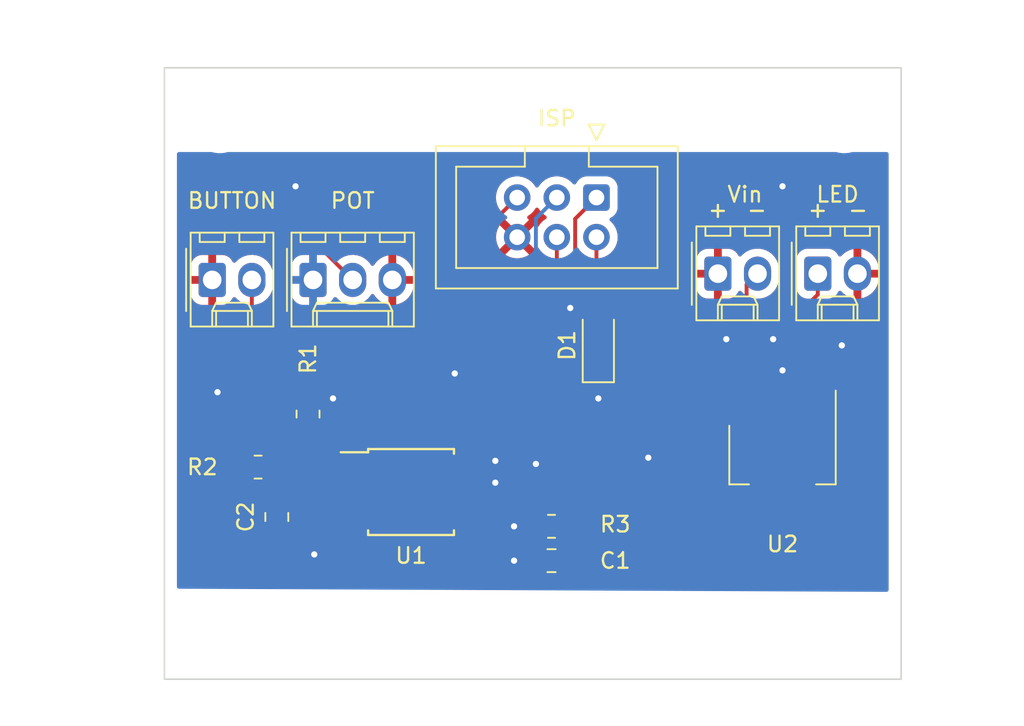
<source format=kicad_pcb>
(kicad_pcb (version 20221018) (generator pcbnew)
  (layers (0 "F.Cu" signal) (31 "B.Cu" signal) (34 "B.Paste" user) (35 "F.Paste" user) (36 "B.SilkS" user "B.Silkscreen") (37 "F.SilkS" user "F.Silkscreen") (38 "B.Mask" user) (39 "F.Mask" user) (44 "Edge.Cuts" user))
  (net 0 "")
  (net 1 "+5V")
  (net 2 "GND")
  (net 3 "/BUTTON")
  (net 4 "Net-(D1-A)")
  (net 5 "/MISO")
  (net 6 "/SCK")
  (net 7 "/MOSI")
  (net 8 "/RST")
  (net 9 "Net-(J2-Pin_2)")
  (net 10 "Net-(J3-Pin_2)")
  (net 11 "Net-(J4-Pin_2)")
  (net 12 "Net-(J5-Pin_1)")
  (footprint "Resistor_SMD:R_0805_2012Metric_Pad1.20x1.40mm_HandSolder" (layer "F.Cu") (at 129.2 117.6 180)
    (fp_text reference "R3" (at -4.082 0.127) (layer "F.SilkS"))
    (fp_text value "1k" hide)
    (fp_line (start -0.227064 -0.735) (end 0.227064 -0.735) (stroke (width 0.12)) (layer "F.SilkS"))
    (fp_line (start -0.227064 0.735) (end 0.227064 0.735) (stroke (width 0.12)) (layer "F.SilkS"))
    (pad "1" smd roundrect (at -1 0 180) (size 1.2 1.4) (layers "F.Cu" "F.Paste" "F.Mask") (roundrect_rratio 0.208333) (net 12 "Net-(J5-Pin_1)"))
    (pad "2" smd roundrect (at 1 0 180) (size 1.2 1.4) (layers "F.Cu" "F.Paste" "F.Mask") (roundrect_rratio 0.208333) (net 6 "/SCK"))
  )
  (footprint "Diode_SMD:D_SOD-123" (layer "F.Cu") (at 132.2 106 90)
    (fp_text reference "D1" (at 0 -2 90) (layer "F.SilkS"))
    (fp_text value "MBR0520")
    (fp_line (start -2.36 -1) (end -2.36 1) (stroke (width 0.12)) (layer "F.SilkS"))
    (fp_line (start -2.36 -1) (end 1.65 -1) (stroke (width 0.12)) (layer "F.SilkS"))
    (fp_line (start -2.36 1) (end 1.65 1) (stroke (width 0.12)) (layer "F.SilkS"))
    (pad "1" smd roundrect (at -1.65 0 90) (size 0.9 1.2) (layers "F.Cu" "F.Paste" "F.Mask") (net 1 "+5V"))
    (pad "2" smd roundrect (at 1.65 0 90) (size 0.9 1.2) (layers "F.Cu" "F.Paste" "F.Mask") (net 4 "Net-(D1-A)"))
  )
  (footprint "Package_SO:SOIC-8W_5.3x5.3mm_P1.27mm" (layer "F.Cu") (at 120.2 115.4)
    (fp_text reference "U1" (at 0 4.08) (layer "F.SilkS"))
    (fp_text value "ATtiny85-20S")
    (fp_line (start -2.75 -2.755) (end -2.75 -2.55) (stroke (width 0.15)) (layer "F.SilkS"))
    (fp_line (start -2.75 -2.755) (end 2.75 -2.755) (stroke (width 0.15)) (layer "F.SilkS"))
    (fp_line (start -2.75 -2.55) (end -4.5 -2.55) (stroke (width 0.15)) (layer "F.SilkS"))
    (fp_line (start -2.75 2.755) (end -2.75 2.455) (stroke (width 0.15)) (layer "F.SilkS"))
    (fp_line (start -2.75 2.755) (end 2.75 2.755) (stroke (width 0.15)) (layer "F.SilkS"))
    (fp_line (start 2.75 -2.755) (end 2.75 -2.455) (stroke (width 0.15)) (layer "F.SilkS"))
    (fp_line (start 2.75 2.755) (end 2.75 2.455) (stroke (width 0.15)) (layer "F.SilkS"))
    (pad "1" smd rect (at -3.65 -1.905) (size 1.7 0.65) (layers "F.Cu" "F.Paste" "F.Mask") (net 8 "/RST"))
    (pad "2" smd rect (at -3.65 -0.635) (size 1.7 0.65) (layers "F.Cu" "F.Paste" "F.Mask") (net 11 "Net-(J4-Pin_2)"))
    (pad "3" smd rect (at -3.65 0.635) (size 1.7 0.65) (layers "F.Cu" "F.Paste" "F.Mask") (net 3 "/BUTTON"))
    (pad "4" smd rect (at -3.65 1.905) (size 1.7 0.65) (layers "F.Cu" "F.Paste" "F.Mask") (net 2 "GND"))
    (pad "5" smd rect (at 3.65 1.905) (size 1.7 0.65) (layers "F.Cu" "F.Paste" "F.Mask") (net 7 "/MOSI"))
    (pad "6" smd rect (at 3.65 0.635) (size 1.7 0.65) (layers "F.Cu" "F.Paste" "F.Mask") (net 5 "/MISO"))
    (pad "7" smd rect (at 3.65 -0.635) (size 1.7 0.65) (layers "F.Cu" "F.Paste" "F.Mask") (net 6 "/SCK"))
    (pad "8" smd rect (at 3.65 -1.905) (size 1.7 0.65) (layers "F.Cu" "F.Paste" "F.Mask") (net 1 "+5V"))
  )
  (footprint "Resistor_SMD:R_0805_2012Metric_Pad1.20x1.40mm_HandSolder" (layer "F.Cu") (at 110.4 113.8 180)
    (fp_text reference "R2" (at 3.572 0) (layer "F.SilkS"))
    (fp_text value "10k" hide)
    (fp_line (start -0.227064 -0.735) (end 0.227064 -0.735) (stroke (width 0.12)) (layer "F.SilkS"))
    (fp_line (start -0.227064 0.735) (end 0.227064 0.735) (stroke (width 0.12)) (layer "F.SilkS"))
    (pad "1" smd roundrect (at -1 0 180) (size 1.2 1.4) (layers "F.Cu" "F.Paste" "F.Mask") (roundrect_rratio 0.208333) (net 3 "/BUTTON"))
    (pad "2" smd roundrect (at 1 0 180) (size 1.2 1.4) (layers "F.Cu" "F.Paste" "F.Mask") (roundrect_rratio 0.208333) (net 10 "Net-(J3-Pin_2)"))
  )
  (footprint "Capacitor_SMD:C_0805_2012Metric_Pad1.18x1.45mm_HandSolder" (layer "F.Cu") (at 111.6 117 -90)
    (fp_text reference "C2" (at 0 1.9975 -270) (layer "F.SilkS"))
    (fp_text value "1uF" hide)
    (fp_line (start -0.261252 -0.735) (end 0.261252 -0.735) (stroke (width 0.12)) (layer "F.SilkS"))
    (fp_line (start -0.261252 0.735) (end 0.261252 0.735) (stroke (width 0.12)) (layer "F.SilkS"))
    (pad "1" smd roundrect (at -1.0375 0 270) (size 1.175 1.45) (layers "F.Cu" "F.Paste" "F.Mask") (roundrect_rratio 0.212766) (net 3 "/BUTTON"))
    (pad "2" smd roundrect (at 1.0375 0 270) (size 1.175 1.45) (layers "F.Cu" "F.Paste" "F.Mask") (roundrect_rratio 0.212766) (net 2 "GND"))
  )
  (footprint "Resistor_SMD:R_0805_2012Metric_Pad1.20x1.40mm_HandSolder" (layer "F.Cu") (at 113.6 110.4 -90)
    (fp_text reference "R1" (at -3.54 0 90) (layer "F.SilkS"))
    (fp_text value "10k" hide)
    (fp_line (start -0.227064 -0.735) (end 0.227064 -0.735) (stroke (width 0.12)) (layer "F.SilkS"))
    (fp_line (start -0.227064 0.735) (end 0.227064 0.735) (stroke (width 0.12)) (layer "F.SilkS"))
    (pad "1" smd roundrect (at -1 0 270) (size 1.2 1.4) (layers "F.Cu" "F.Paste" "F.Mask") (roundrect_rratio 0.208333) (net 1 "+5V"))
    (pad "2" smd roundrect (at 1 0 270) (size 1.2 1.4) (layers "F.Cu" "F.Paste" "F.Mask") (roundrect_rratio 0.208333) (net 8 "/RST"))
  )
  (footprint "MountingHole:MountingHole_3.2mm_M3" (layer "F.Cu") (at 107.95 91.821)
    (fp_text reference "H2" hide)
    (fp_text value "MountingHole" hide)
    (pad "" np_thru_hole circle (at 0 0) (size 3.2 3.2) (drill 3.2) (layers "*.Cu" "*.Mask"))
  )
  (footprint "MountingHole:MountingHole_3.2mm_M3" (layer "F.Cu") (at 147.955 91.821)
    (fp_text reference "H1" hide)
    (fp_text value "MountingHole" hide)
    (pad "" np_thru_hole circle (at 0 0) (size 3.2 3.2) (drill 3.2) (layers "*.Cu" "*.Mask"))
  )
  (footprint "Connector_Molex:Molex_KK-254_AE-6410-03A_1x03_P2.54mm_Vertical" (layer "F.Cu") (at 113.92 101.8)
    (fp_text reference "J4" hide)
    (fp_text value "POT" (at 2.54 -5.08) (layer "F.SilkS"))
    (fp_line (start -1.67 -2) (end -1.67 2) (stroke (width 0.12)) (layer "F.SilkS"))
    (fp_line (start -1.38 -3.03) (end -1.38 2.99) (stroke (width 0.12)) (layer "F.SilkS"))
    (fp_line (start -1.38 2.99) (end 6.46 2.99) (stroke (width 0.12)) (layer "F.SilkS"))
    (fp_line (start -0.8 -3.03) (end -0.8 -2.43) (stroke (width 0.12)) (layer "F.SilkS"))
    (fp_line (start -0.8 -2.43) (end 0.8 -2.43) (stroke (width 0.12)) (layer "F.SilkS"))
    (fp_line (start 0 1.99) (end 0.25 1.46) (stroke (width 0.12)) (layer "F.SilkS"))
    (fp_line (start 0 1.99) (end 5.08 1.99) (stroke (width 0.12)) (layer "F.SilkS"))
    (fp_line (start 0 2.99) (end 0 1.99) (stroke (width 0.12)) (layer "F.SilkS"))
    (fp_line (start 0.25 1.46) (end 4.83 1.46) (stroke (width 0.12)) (layer "F.SilkS"))
    (fp_line (start 0.25 2.99) (end 0.25 1.99) (stroke (width 0.12)) (layer "F.SilkS"))
    (fp_line (start 0.8 -2.43) (end 0.8 -3.03) (stroke (width 0.12)) (layer "F.SilkS"))
    (fp_line (start 1.74 -3.03) (end 1.74 -2.43) (stroke (width 0.12)) (layer "F.SilkS"))
    (fp_line (start 1.74 -2.43) (end 3.34 -2.43) (stroke (width 0.12)) (layer "F.SilkS"))
    (fp_line (start 3.34 -2.43) (end 3.34 -3.03) (stroke (width 0.12)) (layer "F.SilkS"))
    (fp_line (start 4.28 -3.03) (end 4.28 -2.43) (stroke (width 0.12)) (layer "F.SilkS"))
    (fp_line (start 4.28 -2.43) (end 5.88 -2.43) (stroke (width 0.12)) (layer "F.SilkS"))
    (fp_line (start 4.83 1.46) (end 5.08 1.99) (stroke (width 0.12)) (layer "F.SilkS"))
    (fp_line (start 4.83 2.99) (end 4.83 1.99) (stroke (width 0.12)) (layer "F.SilkS"))
    (fp_line (start 5.08 1.99) (end 5.08 2.99) (stroke (width 0.12)) (layer "F.SilkS"))
    (fp_line (start 5.88 -2.43) (end 5.88 -3.03) (stroke (width 0.12)) (layer "F.SilkS"))
    (fp_line (start 6.46 -3.03) (end -1.38 -3.03) (stroke (width 0.12)) (layer "F.SilkS"))
    (fp_line (start 6.46 2.99) (end 6.46 -3.03) (stroke (width 0.12)) (layer "F.SilkS"))
    (pad "1" thru_hole roundrect (at 0 0) (size 1.74 2.19) (drill 1.19) (layers "*.Cu" "*.Mask") (roundrect_rratio 0.143678) (net 1 "+5V"))
    (pad "2" thru_hole oval (at 2.54 0) (size 1.74 2.19) (drill 1.19) (layers "*.Cu" "*.Mask") (net 11 "Net-(J4-Pin_2)"))
    (pad "3" thru_hole oval (at 5.08 0) (size 1.74 2.19) (drill 1.19) (layers "*.Cu" "*.Mask") (net 2 "GND"))
  )
  (footprint "Connector_Molex:Molex_KK-254_AE-6410-02A_1x02_P2.54mm_Vertical" (layer "F.Cu") (at 107.46 101.8)
    (fp_text reference "J3" hide)
    (fp_text value "BUTTON" (at 1.27 -5.08) (layer "F.SilkS"))
    (fp_line (start -1.67 -2) (end -1.67 2) (stroke (width 0.12)) (layer "F.SilkS"))
    (fp_line (start -1.38 -3.03) (end -1.38 2.99) (stroke (width 0.12)) (layer "F.SilkS"))
    (fp_line (start -1.38 2.99) (end 3.92 2.99) (stroke (width 0.12)) (layer "F.SilkS"))
    (fp_line (start -0.8 -3.03) (end -0.8 -2.43) (stroke (width 0.12)) (layer "F.SilkS"))
    (fp_line (start -0.8 -2.43) (end 0.8 -2.43) (stroke (width 0.12)) (layer "F.SilkS"))
    (fp_line (start 0 1.99) (end 0.25 1.46) (stroke (width 0.12)) (layer "F.SilkS"))
    (fp_line (start 0 1.99) (end 2.54 1.99) (stroke (width 0.12)) (layer "F.SilkS"))
    (fp_line (start 0 2.99) (end 0 1.99) (stroke (width 0.12)) (layer "F.SilkS"))
    (fp_line (start 0.25 1.46) (end 2.29 1.46) (stroke (width 0.12)) (layer "F.SilkS"))
    (fp_line (start 0.25 2.99) (end 0.25 1.99) (stroke (width 0.12)) (layer "F.SilkS"))
    (fp_line (start 0.8 -2.43) (end 0.8 -3.03) (stroke (width 0.12)) (layer "F.SilkS"))
    (fp_line (start 1.74 -3.03) (end 1.74 -2.43) (stroke (width 0.12)) (layer "F.SilkS"))
    (fp_line (start 1.74 -2.43) (end 3.34 -2.43) (stroke (width 0.12)) (layer "F.SilkS"))
    (fp_line (start 2.29 1.46) (end 2.54 1.99) (stroke (width 0.12)) (layer "F.SilkS"))
    (fp_line (start 2.29 2.99) (end 2.29 1.99) (stroke (width 0.12)) (layer "F.SilkS"))
    (fp_line (start 2.54 1.99) (end 2.54 2.99) (stroke (width 0.12)) (layer "F.SilkS"))
    (fp_line (start 3.34 -2.43) (end 3.34 -3.03) (stroke (width 0.12)) (layer "F.SilkS"))
    (fp_line (start 3.92 -3.03) (end -1.38 -3.03) (stroke (width 0.12)) (layer "F.SilkS"))
    (fp_line (start 3.92 2.99) (end 3.92 -3.03) (stroke (width 0.12)) (layer "F.SilkS"))
    (pad "1" thru_hole roundrect (at 0 0) (size 1.74 2.19) (drill 1.19) (layers "*.Cu" "*.Mask") (roundrect_rratio 0.143678) (net 2 "GND"))
    (pad "2" thru_hole oval (at 2.54 0) (size 1.74 2.19) (drill 1.19) (layers "*.Cu" "*.Mask") (net 10 "Net-(J3-Pin_2)"))
  )
  (footprint "MountingHole:MountingHole_3.2mm_M3" (layer "F.Cu") (at 107.95 123.825)
    (fp_text reference "H3" hide)
    (fp_text value "MountingHole" hide)
    (pad "" np_thru_hole circle (at 0 0) (size 3.2 3.2) (drill 3.2) (layers "*.Cu" "*.Mask"))
  )
  (footprint "Connector_Molex:Molex_KK-254_AE-6410-02A_1x02_P2.54mm_Vertical" (layer "F.Cu") (at 146.26 101.4)
    (fp_text reference "J5" hide)
    (fp_text value "LED" (at 1.27 -5.08) (layer "F.SilkS"))
    (fp_text user "+" (at 0 -4.1 unlocked) (layer "F.SilkS"))
    (fp_text user "-" (at 2.58 -4.1 unlocked) (layer "F.SilkS"))
    (fp_line (start -1.67 -2) (end -1.67 2) (stroke (width 0.12)) (layer "F.SilkS"))
    (fp_line (start -1.38 -3.03) (end -1.38 2.99) (stroke (width 0.12)) (layer "F.SilkS"))
    (fp_line (start -1.38 2.99) (end 3.92 2.99) (stroke (width 0.12)) (layer "F.SilkS"))
    (fp_line (start -0.8 -3.03) (end -0.8 -2.43) (stroke (width 0.12)) (layer "F.SilkS"))
    (fp_line (start -0.8 -2.43) (end 0.8 -2.43) (stroke (width 0.12)) (layer "F.SilkS"))
    (fp_line (start 0 1.99) (end 0.25 1.46) (stroke (width 0.12)) (layer "F.SilkS"))
    (fp_line (start 0 1.99) (end 2.54 1.99) (stroke (width 0.12)) (layer "F.SilkS"))
    (fp_line (start 0 2.99) (end 0 1.99) (stroke (width 0.12)) (layer "F.SilkS"))
    (fp_line (start 0.25 1.46) (end 2.29 1.46) (stroke (width 0.12)) (layer "F.SilkS"))
    (fp_line (start 0.25 2.99) (end 0.25 1.99) (stroke (width 0.12)) (layer "F.SilkS"))
    (fp_line (start 0.8 -2.43) (end 0.8 -3.03) (stroke (width 0.12)) (layer "F.SilkS"))
    (fp_line (start 1.74 -3.03) (end 1.74 -2.43) (stroke (width 0.12)) (layer "F.SilkS"))
    (fp_line (start 1.74 -2.43) (end 3.34 -2.43) (stroke (width 0.12)) (layer "F.SilkS"))
    (fp_line (start 2.29 1.46) (end 2.54 1.99) (stroke (width 0.12)) (layer "F.SilkS"))
    (fp_line (start 2.29 2.99) (end 2.29 1.99) (stroke (width 0.12)) (layer "F.SilkS"))
    (fp_line (start 2.54 1.99) (end 2.54 2.99) (stroke (width 0.12)) (layer "F.SilkS"))
    (fp_line (start 3.34 -2.43) (end 3.34 -3.03) (stroke (width 0.12)) (layer "F.SilkS"))
    (fp_line (start 3.92 -3.03) (end -1.38 -3.03) (stroke (width 0.12)) (layer "F.SilkS"))
    (fp_line (start 3.92 2.99) (end 3.92 -3.03) (stroke (width 0.12)) (layer "F.SilkS"))
    (pad "1" thru_hole roundrect (at 0 0) (size 1.74 2.19) (drill 1.19) (layers "*.Cu" "*.Mask") (roundrect_rratio 0.143678) (net 12 "Net-(J5-Pin_1)"))
    (pad "2" thru_hole oval (at 2.54 0) (size 1.74 2.19) (drill 1.19) (layers "*.Cu" "*.Mask") (net 2 "GND"))
  )
  (footprint "Connector_IDC:IDC-Header_2x03_P2.54mm_Vertical" (layer "F.Cu") (at 132.08 96.52 -90)
    (fp_text reference "J1" hide)
    (fp_text value "ISP" (at -5.08 2.54) (layer "F.SilkS"))
    (fp_line (start -4.68 -0.5) (end -4.68 0.5) (stroke (width 0.12)) (layer "F.SilkS"))
    (fp_line (start -4.68 0.5) (end -3.68 0) (stroke (width 0.12)) (layer "F.SilkS"))
    (fp_line (start -3.68 0) (end -4.68 -0.5) (stroke (width 0.12)) (layer "F.SilkS"))
    (fp_line (start -3.29 -5.21) (end 5.83 -5.21) (stroke (width 0.12)) (layer "F.SilkS"))
    (fp_line (start -3.29 0.49) (end -1.98 0.49) (stroke (width 0.12)) (layer "F.SilkS"))
    (fp_line (start -3.29 10.29) (end -3.29 -5.21) (stroke (width 0.12)) (layer "F.SilkS"))
    (fp_line (start -1.98 -3.91) (end 4.52 -3.91) (stroke (width 0.12)) (layer "F.SilkS"))
    (fp_line (start -1.98 0.49) (end -1.98 -3.91) (stroke (width 0.12)) (layer "F.SilkS"))
    (fp_line (start -1.98 4.59) (end -3.29 4.59) (stroke (width 0.12)) (layer "F.SilkS"))
    (fp_line (start -1.98 4.59) (end -1.98 4.59) (stroke (width 0.12)) (layer "F.SilkS"))
    (fp_line (start -1.98 8.99) (end -1.98 4.59) (stroke (width 0.12)) (layer "F.SilkS"))
    (fp_line (start 4.52 -3.91) (end 4.52 8.99) (stroke (width 0.12)) (layer "F.SilkS"))
    (fp_line (start 4.52 8.99) (end -1.98 8.99) (stroke (width 0.12)) (layer "F.SilkS"))
    (fp_line (start 5.83 -5.21) (end 5.83 10.29) (stroke (width 0.12)) (layer "F.SilkS"))
    (fp_line (start 5.83 10.29) (end -3.29 10.29) (stroke (width 0.12)) (layer "F.SilkS"))
    (pad "1" thru_hole roundrect (at 0 0 270) (size 1.7 1.7) (drill 1) (layers "*.Cu" "*.Mask") (roundrect_rratio 0.147059) (net 5 "/MISO"))
    (pad "2" thru_hole circle (at 2.54 0 270) (size 1.7 1.7) (drill 1) (layers "*.Cu" "*.Mask") (net 4 "Net-(D1-A)"))
    (pad "3" thru_hole circle (at 0 2.54 270) (size 1.7 1.7) (drill 1) (layers "*.Cu" "*.Mask") (net 6 "/SCK"))
    (pad "4" thru_hole circle (at 2.54 2.54 270) (size 1.7 1.7) (drill 1) (layers "*.Cu" "*.Mask") (net 7 "/MOSI"))
    (pad "5" thru_hole circle (at 0 5.08 270) (size 1.7 1.7) (drill 1) (layers "*.Cu" "*.Mask") (net 8 "/RST"))
    (pad "6" thru_hole circle (at 2.54 5.08 270) (size 1.7 1.7) (drill 1) (layers "*.Cu" "*.Mask") (net 2 "GND"))
  )
  (footprint "Connector_Molex:Molex_KK-254_AE-6410-02A_1x02_P2.54mm_Vertical" (layer "F.Cu") (at 139.86 101.4)
    (fp_text reference "J2" hide)
    (fp_text value "Vin" (at 1.74 -5.08) (layer "F.SilkS"))
    (fp_text user "-" (at 2.5 -4.1 unlocked) (layer "F.SilkS"))
    (fp_text user "+" (at 0 -4.1 unlocked) (layer "F.SilkS"))
    (fp_line (start -1.67 -2) (end -1.67 2) (stroke (width 0.12)) (layer "F.SilkS"))
    (fp_line (start -1.38 -3.03) (end -1.38 2.99) (stroke (width 0.12)) (layer "F.SilkS"))
    (fp_line (start -1.38 2.99) (end 3.92 2.99) (stroke (width 0.12)) (layer "F.SilkS"))
    (fp_line (start -0.8 -3.03) (end -0.8 -2.43) (stroke (width 0.12)) (layer "F.SilkS"))
    (fp_line (start -0.8 -2.43) (end 0.8 -2.43) (stroke (width 0.12)) (layer "F.SilkS"))
    (fp_line (start 0 1.99) (end 0.25 1.46) (stroke (width 0.12)) (layer "F.SilkS"))
    (fp_line (start 0 1.99) (end 2.54 1.99) (stroke (width 0.12)) (layer "F.SilkS"))
    (fp_line (start 0 2.99) (end 0 1.99) (stroke (width 0.12)) (layer "F.SilkS"))
    (fp_line (start 0.25 1.46) (end 2.29 1.46) (stroke (width 0.12)) (layer "F.SilkS"))
    (fp_line (start 0.25 2.99) (end 0.25 1.99) (stroke (width 0.12)) (layer "F.SilkS"))
    (fp_line (start 0.8 -2.43) (end 0.8 -3.03) (stroke (width 0.12)) (layer "F.SilkS"))
    (fp_line (start 1.74 -3.03) (end 1.74 -2.43) (stroke (width 0.12)) (layer "F.SilkS"))
    (fp_line (start 1.74 -2.43) (end 3.34 -2.43) (stroke (width 0.12)) (layer "F.SilkS"))
    (fp_line (start 2.29 1.46) (end 2.54 1.99) (stroke (width 0.12)) (layer "F.SilkS"))
    (fp_line (start 2.29 2.99) (end 2.29 1.99) (stroke (width 0.12)) (layer "F.SilkS"))
    (fp_line (start 2.54 1.99) (end 2.54 2.99) (stroke (width 0.12)) (layer "F.SilkS"))
    (fp_line (start 3.34 -2.43) (end 3.34 -3.03) (stroke (width 0.12)) (layer "F.SilkS"))
    (fp_line (start 3.92 -3.03) (end -1.38 -3.03) (stroke (width 0.12)) (layer "F.SilkS"))
    (fp_line (start 3.92 2.99) (end 3.92 -3.03) (stroke (width 0.12)) (layer "F.SilkS"))
    (pad "1" thru_hole roundrect (at 0 0) (size 1.74 2.19) (drill 1.19) (layers "*.Cu" "*.Mask") (roundrect_rratio 0.143678) (net 2 "GND"))
    (pad "2" thru_hole oval (at 2.54 0) (size 1.74 2.19) (drill 1.19) (layers "*.Cu" "*.Mask") (net 9 "Net-(J2-Pin_2)"))
  )
  (footprint "MountingHole:MountingHole_3.2mm_M3" (layer "F.Cu") (at 147.955 123.825)
    (fp_text reference "H4" hide)
    (fp_text value "MountingHole" hide)
    (pad "" np_thru_hole circle (at 0 0) (size 3.2 3.2) (drill 3.2) (layers "*.Cu" "*.Mask"))
  )
  (footprint "Capacitor_SMD:C_0805_2012Metric_Pad1.18x1.45mm_HandSolder" (layer "F.Cu") (at 129.2 119.8)
    (fp_text reference "C1" (at 4.08 0) (layer "F.SilkS"))
    (fp_text value "1uF" hide)
    (fp_line (start -0.261252 -0.735) (end 0.261252 -0.735) (stroke (width 0.12)) (layer "F.SilkS"))
    (fp_line (start -0.261252 0.735) (end 0.261252 0.735) (stroke (width 0.12)) (layer "F.SilkS"))
    (pad "1" smd roundrect (at -1.0375 0) (size 1.175 1.45) (layers "F.Cu" "F.Paste" "F.Mask") (roundrect_rratio 0.212766) (net 1 "+5V"))
    (pad "2" smd roundrect (at 1.0375 0) (size 1.175 1.45) (layers "F.Cu" "F.Paste" "F.Mask") (roundrect_rratio 0.212766) (net 2 "GND"))
  )
  (footprint "Package_TO_SOT_SMD:SOT-223" (layer "F.Cu") (at 144 113 -90)
    (fp_text reference "U2" (at 5.74 0) (layer "F.SilkS"))
    (fp_text value "LM1117MP-5.0")
    (fp_line (start -4.1 -3.41) (end 1.91 -3.41) (stroke (width 0.12)) (layer "F.SilkS"))
    (fp_line (start -1.85 3.41) (end 1.91 3.41) (stroke (width 0.12)) (layer "F.SilkS"))
    (fp_line (start 1.91 -3.41) (end 1.91 -2.15) (stroke (width 0.12)) (layer "F.SilkS"))
    (fp_line (start 1.91 3.41) (end 1.91 2.15) (stroke (width 0.12)) (layer "F.SilkS"))
    (pad "1" smd rect (at -3.15 -2.3 270) (size 2 1.5) (layers "F.Cu" "F.Paste" "F.Mask") (net 2 "GND"))
    (pad "2" smd rect (at -3.15 0 270) (size 2 1.5) (layers "F.Cu" "F.Paste" "F.Mask") (net 1 "+5V"))
    (pad "3" smd rect (at -3.15 2.3 270) (size 2 1.5) (layers "F.Cu" "F.Paste" "F.Mask") (net 9 "Net-(J2-Pin_2)"))
    (pad "4" smd rect (at 3.15 0 270) (size 2 3.8) (layers "F.Cu" "F.Paste" "F.Mask"))
  )
  (gr_rect (start 104.4 88.2) (end 151.6 127.4) (stroke (width 0.1)) (fill none) (layer "Edge.Cuts"))
  (segment (start 113.6 109.4) (end 115.2 109.4) (width 0.25) (layer "F.Cu") (net 1))
  (segment (start 125.505 113.495) (end 125.6 113.4) (width 0.25) (layer "F.Cu") (net 1))
  (segment (start 123.85 113.495) (end 125.505 113.495) (width 0.25) (layer "F.Cu") (net 1))
  (segment (start 128.1625 119.8) (end 126.8 119.8) (width 0.25) (layer "F.Cu") (net 1))
  (segment (start 144 109.85) (end 144 107.6) (width 0.25) (layer "F.Cu") (net 1))
  (segment (start 132.2 107.65) (end 132.2 109.4) (width 0.25) (layer "F.Cu") (net 1))
  (via (at 125.6 113.4) (size 0.8) (drill 0.4) (layers "F.Cu" "B.Cu") (net 1))
  (via (at 115.2 109.4) (size 0.8) (drill 0.4) (layers "F.Cu" "B.Cu") (net 1))
  (via (at 144 107.6) (size 0.8) (drill 0.4) (layers "F.Cu" "B.Cu") (net 1))
  (via (at 126.8 119.8) (size 0.8) (drill 0.4) (layers "F.Cu" "B.Cu") (net 1))
  (via (at 132.2 109.4) (size 0.8) (drill 0.4) (layers "F.Cu" "B.Cu") (net 1))
  (via (at 114 119.4) (size 0.8) (drill 0.4) (layers "F.Cu" "B.Cu") (net 2))
  (via (at 144 95.8) (size 0.8) (drill 0.4) (layers "F.Cu" "B.Cu") (net 2))
  (via (at 107.8 109) (size 0.8) (drill 0.4) (layers "F.Cu" "B.Cu") (net 2))
  (via (at 123 107.8) (size 0.8) (drill 0.4) (layers "F.Cu" "B.Cu") (net 2))
  (via (at 135.4 113.2) (size 0.8) (drill 0.4) (layers "F.Cu" "B.Cu") (net 2))
  (via (at 147.8 106) (size 0.8) (drill 0.4) (layers "F.Cu" "B.Cu") (net 2))
  (via (at 112.8 95.8) (size 0.8) (drill 0.4) (layers "F.Cu" "B.Cu") (net 2))
  (segment (start 116.4775 115.9625) (end 116.55 116.035) (width 0.25) (layer "F.Cu") (net 3))
  (segment (start 111.4 115.7625) (end 111.6 115.9625) (width 0.25) (layer "F.Cu") (net 3))
  (segment (start 111.6 115.9625) (end 116.4775 115.9625) (width 0.25) (layer "F.Cu") (net 3))
  (segment (start 111.4 113.8) (end 111.4 115.7625) (width 0.25) (layer "F.Cu") (net 3))
  (segment (start 132.08 99.06) (end 132.08 104.23) (width 0.25) (layer "F.Cu") (net 4))
  (segment (start 132.08 104.23) (end 132.2 104.35) (width 0.25) (layer "F.Cu") (net 4))
  (segment (start 123.85 116.035) (end 125.765 116.035) (width 0.25) (layer "F.Cu") (net 5))
  (segment (start 130.715 97.885) (end 132.08 96.52) (width 0.25) (layer "F.Cu") (net 5))
  (segment (start 130.715 103.285) (end 130.715 97.885) (width 0.25) (layer "F.Cu") (net 5))
  (segment (start 125.765 116.035) (end 128.2 113.6) (width 0.25) (layer "F.Cu") (net 5))
  (segment (start 130.4 103.6) (end 130.715 103.285) (width 0.25) (layer "F.Cu") (net 5))
  (via (at 128.2 113.6) (size 0.8) (drill 0.4) (layers "F.Cu" "B.Cu") (net 5))
  (via (at 130.4 103.6) (size 0.8) (drill 0.4) (layers "F.Cu" "B.Cu") (net 5))
  (segment (start 128.2 113.6) (end 130.4 111.4) (width 0.25) (layer "B.Cu") (net 5))
  (segment (start 130.4 111.4) (end 130.4 103.6) (width 0.25) (layer "B.Cu") (net 5))
  (segment (start 128.2 117.6) (end 126.8 117.6) (width 0.25) (layer "F.Cu") (net 6))
  (segment (start 123.325 114.765) (end 123.85 114.765) (width 0.25) (layer "F.Cu") (net 6))
  (segment (start 125.6 114.8) (end 123.885 114.8) (width 0.25) (layer "F.Cu") (net 6))
  (segment (start 123.885 114.8) (end 123.85 114.765) (width 0.25) (layer "F.Cu") (net 6))
  (via (at 126.8 117.6) (size 0.8) (drill 0.4) (layers "F.Cu" "B.Cu") (net 6))
  (via (at 125.6 114.8) (size 0.8) (drill 0.4) (layers "F.Cu" "B.Cu") (net 6))
  (segment (start 126.6 113.6) (end 128.2 112) (width 0.25) (layer "B.Cu") (net 6))
  (segment (start 129.54 96.52) (end 128.2 97.86) (width 0.25) (layer "B.Cu") (net 6))
  (segment (start 126.8 115) (end 126.6 114.8) (width 0.25) (layer "B.Cu") (net 6))
  (segment (start 128.2 97.86) (end 128.2 112) (width 0.25) (layer "B.Cu") (net 6))
  (segment (start 126.6 114.8) (end 125.6 114.8) (width 0.25) (layer "B.Cu") (net 6))
  (segment (start 126.8 117.6) (end 126.8 115) (width 0.25) (layer "B.Cu") (net 6))
  (segment (start 126.6 114.8) (end 126.6 113.6) (width 0.25) (layer "B.Cu") (net 6))
  (segment (start 123.85 117.305) (end 125.895 117.305) (width 0.25) (layer "F.Cu") (net 7))
  (segment (start 125.895 117.305) (end 129.54 113.66) (width 0.25) (layer "F.Cu") (net 7))
  (segment (start 129.54 113.66) (end 129.54 99.06) (width 0.25) (layer "F.Cu") (net 7))
  (segment (start 123.2 100.32) (end 127 96.52) (width 0.25) (layer "F.Cu") (net 8))
  (segment (start 114.8 111.4) (end 123.2 103) (width 0.25) (layer "F.Cu") (net 8))
  (segment (start 114.455 111.4) (end 116.55 113.495) (width 0.25) (layer "F.Cu") (net 8))
  (segment (start 113.6 111.4) (end 114.455 111.4) (width 0.25) (layer "F.Cu") (net 8))
  (segment (start 123.2 103) (end 123.2 100.32) (width 0.25) (layer "F.Cu") (net 8))
  (segment (start 114.455 111.4) (end 114.8 111.4) (width 0.25) (layer "F.Cu") (net 8))
  (segment (start 141.7 102.1) (end 142.4 101.4) (width 0.25) (layer "F.Cu") (net 9))
  (segment (start 141.7 109.85) (end 141.7 102.1) (width 0.25) (layer "F.Cu") (net 9))
  (segment (start 110 113.2) (end 109.4 113.8) (width 0.25) (layer "F.Cu") (net 10))
  (segment (start 110 101.8) (end 110 113.2) (width 0.25) (layer "F.Cu") (net 10))
  (segment (start 114.46 99.8) (end 116.46 101.8) (width 0.25) (layer "F.Cu") (net 11))
  (segment (start 116.55 114.765) (end 114.765 114.765) (width 0.25) (layer "F.Cu") (net 11))
  (segment (start 114.765 114.765) (end 111.8 111.8) (width 0.25) (layer "F.Cu") (net 11))
  (segment (start 111.8 99.8) (end 114.46 99.8) (width 0.25) (layer "F.Cu") (net 11))
  (segment (start 111.8 111.8) (end 111.8 99.8) (width 0.25) (layer "F.Cu") (net 11))
  (segment (start 130.2 115.8) (end 140.4 105.6) (width 0.25) (layer "F.Cu") (net 12))
  (segment (start 130.2 117.6) (end 130.2 115.8) (width 0.25) (layer "F.Cu") (net 12))
  (segment (start 146.26 102.74) (end 146.26 101.4) (width 0.25) (layer "F.Cu") (net 12))
  (segment (start 143.4 105.6) (end 146.26 102.74) (width 0.25) (layer "F.Cu") (net 12))
  (via (at 143.4 105.6) (size 0.8) (drill 0.4) (layers "F.Cu" "B.Cu") (net 12))
  (via (at 140.4 105.6) (size 0.8) (drill 0.4) (layers "F.Cu" "B.Cu") (net 12))
  (segment (start 140.4 105.6) (end 143.4 105.6) (width 0.25) (layer "B.Cu") (net 12))
  (zone (net 2) (net_name "GND") (layer "F.Cu") (connect_pads (clearance 0.508)) (min_thickness 0.25) (fill yes (thermal_gap 0.5) (thermal_bridge_width 0.5))
    (polygon (pts (xy 105.4 93.8) (xy 150.6 93.8) (xy 150.6 121.4) (xy 105.4 121.4)))
  )
  (zone (net 1) (net_name "+5V") (layer "B.Cu") (priority 1) (connect_pads (clearance 0.508)) (min_thickness 0.25) (fill yes (thermal_gap 0.5) (thermal_bridge_width 0.5))
    (polygon (pts (xy 105.2 121.6) (xy 105.2 93.6) (xy 150.8 93.6) (xy 150.8 121.8)))
  )
)
</source>
